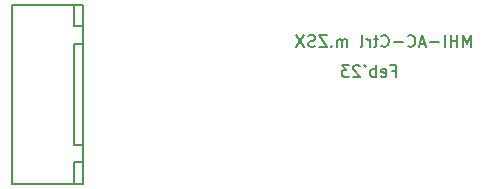
<source format=gbo>
G04 #@! TF.GenerationSoftware,KiCad,Pcbnew,6.0.11-2627ca5db0~126~ubuntu22.04.1*
G04 #@! TF.CreationDate,2023-02-08T11:56:42+02:00*
G04 #@! TF.ProjectId,MHI-AC-CTRL,4d48492d-4143-42d4-9354-524c2e6b6963,v2.3*
G04 #@! TF.SameCoordinates,Original*
G04 #@! TF.FileFunction,Legend,Bot*
G04 #@! TF.FilePolarity,Positive*
%FSLAX46Y46*%
G04 Gerber Fmt 4.6, Leading zero omitted, Abs format (unit mm)*
G04 Created by KiCad (PCBNEW 6.0.11-2627ca5db0~126~ubuntu22.04.1) date 2023-02-08 11:56:42*
%MOMM*%
%LPD*%
G01*
G04 APERTURE LIST*
%ADD10C,0.150000*%
G04 APERTURE END LIST*
D10*
X80280000Y-47710000D02*
X86240000Y-47710000D01*
X80280000Y-62820000D02*
X80280000Y-47710000D01*
X85490000Y-61020000D02*
X86230000Y-61010000D01*
X86240000Y-62820000D02*
X80280000Y-62820000D01*
X85490000Y-51020000D02*
X85490000Y-59520000D01*
X86240000Y-47710000D02*
X86240000Y-62820000D01*
X85490000Y-51020000D02*
X86240000Y-51020000D01*
X85490000Y-59520000D02*
X86240000Y-59520000D01*
X85490000Y-61020000D02*
X85490000Y-62820000D01*
X85490000Y-49510000D02*
X86240000Y-49510000D01*
X85490000Y-49510000D02*
X85500000Y-47710000D01*
X119093333Y-51252380D02*
X119093333Y-50252380D01*
X118760000Y-50966666D01*
X118426666Y-50252380D01*
X118426666Y-51252380D01*
X117950476Y-51252380D02*
X117950476Y-50252380D01*
X117950476Y-50728571D02*
X117379047Y-50728571D01*
X117379047Y-51252380D02*
X117379047Y-50252380D01*
X116902857Y-51252380D02*
X116902857Y-50252380D01*
X116426666Y-50871428D02*
X115664761Y-50871428D01*
X115236190Y-50966666D02*
X114760000Y-50966666D01*
X115331428Y-51252380D02*
X114998095Y-50252380D01*
X114664761Y-51252380D01*
X113760000Y-51157142D02*
X113807619Y-51204761D01*
X113950476Y-51252380D01*
X114045714Y-51252380D01*
X114188571Y-51204761D01*
X114283809Y-51109523D01*
X114331428Y-51014285D01*
X114379047Y-50823809D01*
X114379047Y-50680952D01*
X114331428Y-50490476D01*
X114283809Y-50395238D01*
X114188571Y-50300000D01*
X114045714Y-50252380D01*
X113950476Y-50252380D01*
X113807619Y-50300000D01*
X113760000Y-50347619D01*
X113331428Y-50871428D02*
X112569523Y-50871428D01*
X111521904Y-51157142D02*
X111569523Y-51204761D01*
X111712380Y-51252380D01*
X111807619Y-51252380D01*
X111950476Y-51204761D01*
X112045714Y-51109523D01*
X112093333Y-51014285D01*
X112140952Y-50823809D01*
X112140952Y-50680952D01*
X112093333Y-50490476D01*
X112045714Y-50395238D01*
X111950476Y-50300000D01*
X111807619Y-50252380D01*
X111712380Y-50252380D01*
X111569523Y-50300000D01*
X111521904Y-50347619D01*
X111236190Y-50585714D02*
X110855238Y-50585714D01*
X111093333Y-50252380D02*
X111093333Y-51109523D01*
X111045714Y-51204761D01*
X110950476Y-51252380D01*
X110855238Y-51252380D01*
X110521904Y-51252380D02*
X110521904Y-50585714D01*
X110521904Y-50776190D02*
X110474285Y-50680952D01*
X110426666Y-50633333D01*
X110331428Y-50585714D01*
X110236190Y-50585714D01*
X109760000Y-51252380D02*
X109855238Y-51204761D01*
X109902857Y-51109523D01*
X109902857Y-50252380D01*
X108617142Y-51252380D02*
X108617142Y-50585714D01*
X108617142Y-50680952D02*
X108569523Y-50633333D01*
X108474285Y-50585714D01*
X108331428Y-50585714D01*
X108236190Y-50633333D01*
X108188571Y-50728571D01*
X108188571Y-51252380D01*
X108188571Y-50728571D02*
X108140952Y-50633333D01*
X108045714Y-50585714D01*
X107902857Y-50585714D01*
X107807619Y-50633333D01*
X107760000Y-50728571D01*
X107760000Y-51252380D01*
X107283809Y-51157142D02*
X107236190Y-51204761D01*
X107283809Y-51252380D01*
X107331428Y-51204761D01*
X107283809Y-51157142D01*
X107283809Y-51252380D01*
X106902857Y-50252380D02*
X106236190Y-50252380D01*
X106902857Y-51252380D01*
X106236190Y-51252380D01*
X105902857Y-51204761D02*
X105760000Y-51252380D01*
X105521904Y-51252380D01*
X105426666Y-51204761D01*
X105379047Y-51157142D01*
X105331428Y-51061904D01*
X105331428Y-50966666D01*
X105379047Y-50871428D01*
X105426666Y-50823809D01*
X105521904Y-50776190D01*
X105712380Y-50728571D01*
X105807619Y-50680952D01*
X105855238Y-50633333D01*
X105902857Y-50538095D01*
X105902857Y-50442857D01*
X105855238Y-50347619D01*
X105807619Y-50300000D01*
X105712380Y-50252380D01*
X105474285Y-50252380D01*
X105331428Y-50300000D01*
X104998095Y-50252380D02*
X104331428Y-51252380D01*
X104331428Y-50252380D02*
X104998095Y-51252380D01*
X112418571Y-53268571D02*
X112751904Y-53268571D01*
X112751904Y-53792380D02*
X112751904Y-52792380D01*
X112275714Y-52792380D01*
X111513809Y-53744761D02*
X111609047Y-53792380D01*
X111799523Y-53792380D01*
X111894761Y-53744761D01*
X111942380Y-53649523D01*
X111942380Y-53268571D01*
X111894761Y-53173333D01*
X111799523Y-53125714D01*
X111609047Y-53125714D01*
X111513809Y-53173333D01*
X111466190Y-53268571D01*
X111466190Y-53363809D01*
X111942380Y-53459047D01*
X111037619Y-53792380D02*
X111037619Y-52792380D01*
X111037619Y-53173333D02*
X110942380Y-53125714D01*
X110751904Y-53125714D01*
X110656666Y-53173333D01*
X110609047Y-53220952D01*
X110561428Y-53316190D01*
X110561428Y-53601904D01*
X110609047Y-53697142D01*
X110656666Y-53744761D01*
X110751904Y-53792380D01*
X110942380Y-53792380D01*
X111037619Y-53744761D01*
X110085238Y-52792380D02*
X110180476Y-52982857D01*
X109704285Y-52887619D02*
X109656666Y-52840000D01*
X109561428Y-52792380D01*
X109323333Y-52792380D01*
X109228095Y-52840000D01*
X109180476Y-52887619D01*
X109132857Y-52982857D01*
X109132857Y-53078095D01*
X109180476Y-53220952D01*
X109751904Y-53792380D01*
X109132857Y-53792380D01*
X108799523Y-52792380D02*
X108180476Y-52792380D01*
X108513809Y-53173333D01*
X108370952Y-53173333D01*
X108275714Y-53220952D01*
X108228095Y-53268571D01*
X108180476Y-53363809D01*
X108180476Y-53601904D01*
X108228095Y-53697142D01*
X108275714Y-53744761D01*
X108370952Y-53792380D01*
X108656666Y-53792380D01*
X108751904Y-53744761D01*
X108799523Y-53697142D01*
M02*

</source>
